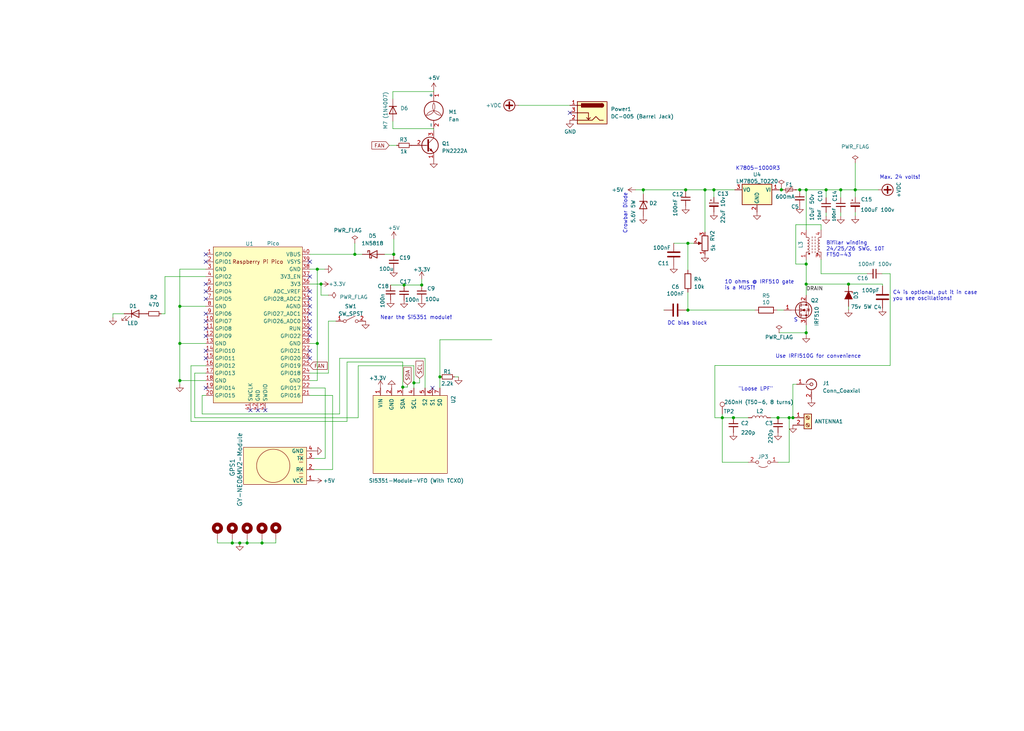
<source format=kicad_sch>
(kicad_sch (version 20230121) (generator eeschema)
  (paper "User" 350.012 250.012)
  (title_block (title "Minimal, reliable WSPR + FT8 beacon - \"Rogue Radio v4\"") (date "2023-06-07") (rev "v4.01") (company "Dhiru Kholia (VU3CER)"))
  (lib_symbols
    (symbol "Connector:Barrel_Jack_Switch" (pin_names hide)
      (property "Reference" "J" (at 0 5.334 0))
      (property "Value" "Barrel_Jack_Switch" (at 0 -5.08 0))
      (symbol "Barrel_Jack_Switch_1_1"
        (pin passive line (at 7.62 2.54 180) (length 2.54) (name "~") (number "1"))
        (pin passive line (at 7.62 -2.54 180) (length 2.54) (name "~") (number "2"))
        (pin passive line (at 7.62 0 180) (length 2.54) (name "~") (number "3"))
      )
    )
    (symbol "Connector:Conn_Coaxial" (pin_names (offset 1.016) hide)
      (property "Reference" "J" (at 0.254 3.048 0))
      (property "Value" "Conn_Coaxial" (at 2.921 0 90))
      (symbol "Conn_Coaxial_1_1"
        (pin passive line (at -5.08 0 0) (length 2.54) (name "In") (number "1"))
        (pin passive line (at 0 -5.08 90) (length 2.54) (name "Ext") (number "2"))
      )
    )
    (symbol "Connector:Screw_Terminal_01x02" (pin_names (offset 1.016) hide)
      (property "Reference" "J" (at 0 2.54 0))
      (property "Value" "Screw_Terminal_01x02" (at 0 -5.08 0))
      (symbol "Screw_Terminal_01x02_1_1"
        (pin passive line (at -5.08 0 0) (length 3.81) (name "Pin_1") (number "1"))
        (pin passive line (at -5.08 -2.54 0) (length 3.81) (name "Pin_2") (number "2"))
      )
    )
    (symbol "Connector:TestPoint" (pin_numbers hide) (pin_names (offset 0.762) hide)
      (property "Reference" "TP" (at 0 6.858 0))
      (property "Value" "TestPoint" (at 0 5.08 0))
      (symbol "TestPoint_1_1"
        (pin passive line (at 0 0 90) (length 2.54) (name "1") (number "1"))
      )
    )
    (symbol "Control-Board-rescue:SI5351Module_2-VFO-SDR_SSB-rescue-Hack-v1-rescue" (pin_names (offset 1.016))
      (property "Reference" "U" (at 0 0 0))
      (property "Value" "SI5351Module_2-VFO-SDR_SSB-rescue-Hack-v1-rescue" (at 0 0 0))
      (symbol "SI5351Module_2-VFO-SDR_SSB-rescue-Hack-v1-rescue_1_1"
        (pin input line (at -15.24 -10.16 0) (length 2.54) (name "VIN") (number "1"))
        (pin input line (at -15.24 -6.35 0) (length 2.54) (name "GND") (number "2"))
        (pin input line (at -15.24 -2.54 0) (length 2.54) (name "SDA") (number "3"))
        (pin input line (at -15.24 1.27 0) (length 2.54) (name "SCL") (number "4"))
        (pin output line (at -15.24 5.08 0) (length 2.54) (name "S2") (number "5"))
        (pin output line (at -15.24 7.62 0) (length 2.54) (name "S1") (number "6"))
        (pin output line (at -15.24 10.16 0) (length 2.54) (name "SO") (number "7"))
      )
    )
    (symbol "Device:C" (pin_numbers hide) (pin_names (offset 0.254))
      (property "Reference" "C" (at 0.635 2.54 0))
      (property "Value" "C" (at 0.635 -2.54 0))
      (symbol "C_1_1"
        (pin passive line (at 0 3.81 270) (length 2.794) (name "~") (number "1"))
        (pin passive line (at 0 -3.81 90) (length 2.794) (name "~") (number "2"))
      )
    )
    (symbol "Device:C_Polarized_Small" (pin_numbers hide) (pin_names (offset 0.254) hide)
      (property "Reference" "C" (at 0.254 1.778 0))
      (property "Value" "C_Polarized_Small" (at 0.254 -2.032 0))
      (symbol "C_Polarized_Small_1_1"
        (pin passive line (at 0 2.54 270) (length 1.8542) (name "~") (number "1"))
        (pin passive line (at 0 -2.54 90) (length 1.8542) (name "~") (number "2"))
      )
    )
    (symbol "Device:C_Small" (pin_numbers hide) (pin_names (offset 0.254) hide)
      (property "Reference" "C" (at 0.254 1.778 0))
      (property "Value" "C_Small" (at 0.254 -2.032 0))
      (symbol "C_Small_1_1"
        (pin passive line (at 0 2.54 270) (length 2.032) (name "~") (number "1"))
        (pin passive line (at 0 -2.54 90) (length 2.032) (name "~") (number "2"))
      )
    )
    (symbol "Device:D_Zener" (pin_numbers hide) (pin_names (offset 1.016) hide)
      (property "Reference" "D" (at 0 2.54 0))
      (property "Value" "D_Zener" (at 0 -2.54 0))
      (symbol "D_Zener_1_1"
        (pin passive line (at -3.81 0 0) (length 2.54) (name "K") (number "1"))
        (pin passive line (at 3.81 0 180) (length 2.54) (name "A") (number "2"))
      )
    )
    (symbol "Device:D_Zener_Filled" (pin_numbers hide) (pin_names (offset 1.016) hide)
      (property "Reference" "D" (at 0 2.54 0))
      (property "Value" "D_Zener_Filled" (at 0 -2.54 0))
      (symbol "D_Zener_Filled_1_1"
        (pin passive line (at -3.81 0 0) (length 2.54) (name "K") (number "1"))
        (pin passive line (at 3.81 0 180) (length 2.54) (name "A") (number "2"))
      )
    )
    (symbol "Device:L" (pin_numbers hide) (pin_names (offset 1.016) hide)
      (property "Reference" "L" (at -1.27 0 90))
      (property "Value" "L" (at 1.905 0 90))
      (symbol "L_1_1"
        (pin passive line (at 0 3.81 270) (length 1.27) (name "1") (number "1"))
        (pin passive line (at 0 -3.81 90) (length 1.27) (name "2") (number "2"))
      )
    )
    (symbol "Device:LED" (pin_numbers hide) (pin_names (offset 1.016) hide)
      (property "Reference" "D" (at 0 2.54 0))
      (property "Value" "LED" (at 0 -2.54 0))
      (symbol "LED_1_1"
        (pin passive line (at -3.81 0 0) (length 2.54) (name "K") (number "1"))
        (pin passive line (at 3.81 0 180) (length 2.54) (name "A") (number "2"))
      )
    )
    (symbol "Device:L_Ferrite_Coupled" (pin_names (offset 0.254) hide)
      (property "Reference" "L" (at 0 4.445 0))
      (property "Value" "L_Ferrite_Coupled" (at 0 -4.445 0))
      (symbol "L_Ferrite_Coupled_1_1"
        (pin passive line (at -5.08 2.54 0) (length 2.54) (name "1") (number "1"))
        (pin passive line (at 5.08 2.54 180) (length 2.54) (name "2") (number "2"))
        (pin passive line (at -5.08 -2.54 0) (length 2.54) (name "3") (number "3"))
        (pin passive line (at 5.08 -2.54 180) (length 2.54) (name "4") (number "4"))
      )
    )
    (symbol "Device:Polyfuse_Small" (pin_numbers hide) (pin_names (offset 0))
      (property "Reference" "F" (at -1.905 0 90))
      (property "Value" "Polyfuse_Small" (at 1.905 0 90))
      (symbol "Polyfuse_Small_1_1"
        (pin passive line (at 0 2.54 270) (length 0.635) (name "~") (number "1"))
        (pin passive line (at 0 -2.54 90) (length 0.635) (name "~") (number "2"))
      )
    )
    (symbol "Device:R" (pin_numbers hide) (pin_names (offset 0))
      (property "Reference" "R" (at 2.032 0 90))
      (property "Value" "R" (at 0 0 90))
      (symbol "R_1_1"
        (pin passive line (at 0 3.81 270) (length 1.27) (name "~") (number "1"))
        (pin passive line (at 0 -3.81 90) (length 1.27) (name "~") (number "2"))
      )
    )
    (symbol "Device:R_Potentiometer" (pin_names (offset 1.016) hide)
      (property "Reference" "RV" (at -4.445 0 90))
      (property "Value" "R_Potentiometer" (at -2.54 0 90))
      (symbol "R_Potentiometer_1_1"
        (pin passive line (at 0 3.81 270) (length 1.27) (name "1") (number "1"))
        (pin passive line (at 3.81 0 180) (length 1.27) (name "2") (number "2"))
        (pin passive line (at 0 -3.81 90) (length 1.27) (name "3") (number "3"))
      )
    )
    (symbol "Device:R_Small" (pin_numbers hide) (pin_names (offset 0.254) hide)
      (property "Reference" "R" (at 0.762 0.508 0))
      (property "Value" "R_Small" (at 0.762 -1.016 0))
      (symbol "R_Small_1_1"
        (pin passive line (at 0 2.54 270) (length 0.762) (name "~") (number "1"))
        (pin passive line (at 0 -2.54 90) (length 0.762) (name "~") (number "2"))
      )
    )
    (symbol "Diode:1N4007" (pin_numbers hide) (pin_names hide)
      (property "Reference" "D" (at 0 2.54 0))
      (property "Value" "1N4007" (at 0 -2.54 0))
      (property "Sim.Device" "D" (at 0 0 0))
      (property "Sim.Pins" "1=K 2=A" (at 0 0 0))
      (symbol "1N4007_1_1"
        (pin passive line (at -3.81 0 0) (length 2.54) (name "K") (number "1"))
        (pin passive line (at 3.81 0 180) (length 2.54) (name "A") (number "2"))
      )
    )
    (symbol "Diode:1N5818" (pin_numbers hide) (pin_names (offset 1.016) hide)
      (property "Reference" "D" (at 0 2.54 0))
      (property "Value" "1N5818" (at 0 -2.54 0))
      (symbol "1N5818_1_1"
        (pin passive line (at -3.81 0 0) (length 2.54) (name "K") (number "1"))
        (pin passive line (at 3.81 0 180) (length 2.54) (name "A") (number "2"))
      )
    )
    (symbol "GPS-Module:GPS-Module" (pin_names (offset 1.016))
      (property "Reference" "GPS3" (at 11.2522 2.54 0))
      (property "Value" "GY-NEO6MV2-Module" (at 11.2522 -1.27 0))
      (symbol "GPS-Module_1_1"
        (pin power_in line (at -13.97 6.35 0) (length 2.54) (name "VCC") (number "1"))
        (pin bidirectional line (at -13.97 2.54 0) (length 2.54) (name "RX") (number "2"))
        (pin bidirectional line (at -13.97 -1.27 0) (length 2.54) (name "TX") (number "3"))
        (pin power_in line (at -13.97 -3.81 0) (length 2.54) (name "GND") (number "4"))
      )
    )
    (symbol "Jumper:Jumper_2_Open" (pin_names (offset 0) hide)
      (property "Reference" "JP" (at 0 2.794 0))
      (property "Value" "Jumper_2_Open" (at 0 -2.286 0))
      (symbol "Jumper_2_Open_1_1"
        (pin passive line (at -5.08 0 0) (length 2.54) (name "A") (number "1"))
        (pin passive line (at 5.08 0 180) (length 2.54) (name "B") (number "2"))
      )
    )
    (symbol "Mechanical:MountingHole_Pad" (pin_numbers hide) (pin_names (offset 1.016) hide)
      (property "Reference" "H" (at 0 6.35 0))
      (property "Value" "MountingHole_Pad" (at 0 4.445 0))
      (symbol "MountingHole_Pad_1_1"
        (pin input line (at 0 -2.54 90) (length 2.54) (name "1") (number "1"))
      )
    )
    (symbol "Motor:Fan" (pin_names (offset 0))
      (property "Reference" "M" (at 2.54 5.08 0))
      (property "Value" "Fan" (at 2.54 -2.54 0))
      (symbol "Fan_1_1"
        (pin passive line (at 0 7.62 270) (length 2.54) (name "+") (number "1"))
        (pin passive line (at 0 -5.08 90) (length 2.54) (name "-") (number "2"))
      )
    )
    (symbol "Regulator_Linear:LM7805_TO220" (pin_names (offset 0.254))
      (property "Reference" "U" (at -3.81 3.175 0))
      (property "Value" "LM7805_TO220" (at 0 3.175 0))
      (symbol "LM7805_TO220_1_1"
        (pin power_in line (at -7.62 0 0) (length 2.54) (name "VI") (number "1"))
        (pin power_in line (at 0 -7.62 90) (length 2.54) (name "GND") (number "2"))
        (pin power_out line (at 7.62 0 180) (length 2.54) (name "VO") (number "3"))
      )
    )
    (symbol "Switch:SW_SPST" (pin_names (offset 0) hide)
      (property "Reference" "SW" (at 0 3.175 0))
      (property "Value" "SW_SPST" (at 0 -2.54 0))
      (symbol "SW_SPST_1_1"
        (pin passive line (at -5.08 0 0) (length 2.54) (name "A") (number "1"))
        (pin passive line (at 5.08 0 180) (length 2.54) (name "B") (number "2"))
      )
    )
    (symbol "Transistor_BJT:PN2222A" (pin_names (offset 0) hide)
      (property "Reference" "Q" (at 5.08 1.905 0))
      (property "Value" "PN2222A" (at 5.08 0 0))
      (symbol "PN2222A_1_1"
        (pin passive line (at 2.54 -5.08 90) (length 2.54) (name "E") (number "1"))
        (pin input line (at -5.08 0 0) (length 5.08) (name "B") (number "2"))
        (pin passive line (at 2.54 5.08 270) (length 2.54) (name "C") (number "3"))
      )
    )
    (symbol "Transistor_FET:IRF540N" (pin_names hide)
      (property "Reference" "Q" (at 6.35 1.905 0))
      (property "Value" "IRF540N" (at 6.35 0 0))
      (symbol "IRF540N_1_1"
        (pin input line (at -5.08 0 0) (length 2.54) (name "G") (number "1"))
        (pin passive line (at 2.54 5.08 270) (length 2.54) (name "D") (number "2"))
        (pin passive line (at 2.54 -5.08 90) (length 2.54) (name "S") (number "3"))
      )
    )
    (symbol "pico_fixed:Pico"
      (property "Reference" "U1" (at 0 31.242 0))
      (property "Value" "Pico" (at 0 28.702 0))
      (symbol "Pico_0_0"
        (text "Raspberry Pi Pico" (at 0 21.59 0) (effects (font (size 1.27 1.27))))
      )
      (symbol "Pico_1_1"
        (pin bidirectional line (at -17.78 24.13 0) (length 2.54) (name "GPIO0") (number "1"))
        (pin bidirectional line (at -17.78 1.27 0) (length 2.54) (name "GPIO7") (number "10"))
        (pin bidirectional line (at -17.78 -1.27 0) (length 2.54) (name "GPIO8") (number "11"))
        (pin bidirectional line (at -17.78 -3.81 0) (length 2.54) (name "GPIO9") (number "12"))
        (pin power_in line (at -17.78 -6.35 0) (length 2.54) (name "GND") (number "13"))
        (pin bidirectional line (at -17.78 -8.89 0) (length 2.54) (name "GPIO10") (number "14"))
        (pin bidirectional line (at -17.78 -11.43 0) (length 2.54) (name "GPIO11") (number "15"))
        (pin bidirectional line (at -17.78 -13.97 0) (length 2.54) (name "GPIO12") (number "16"))
        (pin bidirectional line (at -17.78 -16.51 0) (length 2.54) (name "GPIO13") (number "17"))
        (pin power_in line (at -17.78 -19.05 0) (length 2.54) (name "GND") (number "18"))
        (pin bidirectional line (at -17.78 -21.59 0) (length 2.54) (name "GPIO14") (number "19"))
        (pin bidirectional line (at -17.78 21.59 0) (length 2.54) (name "GPIO1") (number "2"))
        (pin bidirectional line (at -17.78 -24.13 0) (length 2.54) (name "GPIO15") (number "20"))
        (pin bidirectional line (at 17.78 -24.13 180) (length 2.54) (name "GPIO16") (number "21"))
        (pin bidirectional line (at 17.78 -21.59 180) (length 2.54) (name "GPIO17") (number "22"))
        (pin power_in line (at 17.78 -19.05 180) (length 2.54) (name "GND") (number "23"))
        (pin bidirectional line (at 17.78 -16.51 180) (length 2.54) (name "GPIO18") (number "24"))
        (pin bidirectional line (at 17.78 -13.97 180) (length 2.54) (name "GPIO19") (number "25"))
        (pin bidirectional line (at 17.78 -11.43 180) (length 2.54) (name "GPIO20") (number "26"))
        (pin bidirectional line (at 17.78 -8.89 180) (length 2.54) (name "GPIO21") (number "27"))
        (pin power_in line (at 17.78 -6.35 180) (length 2.54) (name "GND") (number "28"))
        (pin bidirectional line (at 17.78 -3.81 180) (length 2.54) (name "GPIO22") (number "29"))
        (pin power_in line (at -17.78 19.05 0) (length 2.54) (name "GND") (number "3"))
        (pin input line (at 17.78 -1.27 180) (length 2.54) (name "RUN") (number "30"))
        (pin bidirectional line (at 17.78 1.27 180) (length 2.54) (name "GPIO26_ADC0") (number "31"))
        (pin bidirectional line (at 17.78 3.81 180) (length 2.54) (name "GPIO27_ADC1") (number "32"))
        (pin power_in line (at 17.78 6.35 180) (length 2.54) (name "AGND") (number "33"))
        (pin bidirectional line (at 17.78 8.89 180) (length 2.54) (name "GPIO28_ADC2") (number "34"))
        (pin power_in line (at 17.78 11.43 180) (length 2.54) (name "ADC_VREF") (number "35"))
        (pin power_in line (at 17.78 13.97 180) (length 2.54) (name "3V3") (number "36"))
        (pin input line (at 17.78 16.51 180) (length 2.54) (name "3V3_EN") (number "37"))
        (pin power_in line (at 17.78 19.05 180) (length 2.54) (name "GND") (number "38"))
        (pin power_in line (at 17.78 21.59 180) (length 2.54) (name "VSYS") (number "39"))
        (pin bidirectional line (at -17.78 16.51 0) (length 2.54) (name "GPIO2") (number "4"))
        (pin power_in line (at 17.78 24.13 180) (length 2.54) (name "VBUS") (number "40"))
        (pin input line (at -2.54 -29.21 90) (length 2.54) (name "SWCLK") (number "41"))
        (pin power_in line (at 0 -29.21 90) (length 2.54) (name "GND") (number "42"))
        (pin bidirectional line (at 2.54 -29.21 90) (length 2.54) (name "SWDIO") (number "43"))
        (pin bidirectional line (at -17.78 13.97 0) (length 2.54) (name "GPIO3") (number "5"))
        (pin bidirectional line (at -17.78 11.43 0) (length 2.54) (name "GPIO4") (number "6"))
        (pin bidirectional line (at -17.78 8.89 0) (length 2.54) (name "GPIO5") (number "7"))
        (pin power_in line (at -17.78 6.35 0) (length 2.54) (name "GND") (number "8"))
        (pin bidirectional line (at -17.78 3.81 0) (length 2.54) (name "GPIO6") (number "9"))
      )
    )
    (symbol "power:+3.3V" (power) (pin_names (offset 0))
      (property "Value" "+3.3V" (at 0 3.556 0))
      (symbol "+3.3V_1_1"
        (pin power_in line (at 0 0 90) (length 0) hide (name "+3.3V") (number "1"))
      )
    )
    (symbol "power:+5V" (power) (pin_names (offset 0))
      (property "Value" "+5V" (at 0 3.556 0))
      (symbol "+5V_1_1"
        (pin power_in line (at 0 0 90) (length 0) hide (name "+5V") (number "1"))
      )
    )
    (symbol "power:+VDC" (power) (pin_names (offset 0))
      (property "Value" "+VDC" (at 0 6.35 0))
      (symbol "+VDC_1_1"
        (pin power_in line (at 0 0 90) (length 0) hide (name "+VDC") (number "1"))
      )
    )
    (symbol "power:GND" (power) (pin_names (offset 0))
      (property "Value" "GND" (at 0 -3.81 0))
      (symbol "GND_1_1"
        (pin power_in line (at 0 0 270) (length 0) hide (name "GND") (number "1"))
      )
    )
    (symbol "power:PWR_FLAG" (power) (pin_numbers hide) (pin_names (offset 0) hide)
      (property "Value" "PWR_FLAG" (at 0 3.81 0))
      (symbol "PWR_FLAG_0_0"
        (pin power_out line (at 0 0 90) (length 0) (name "pwr") (number "1"))
      )
    )
  )
  (junction (at 234.3658 64.9224))
  (junction (at 61.468 130.175))
  (junction (at 292.3286 64.9224))
  (junction (at 273.3548 64.9224))
  (junction (at 244.0178 64.9224))
  (junction (at 79.4004 185.7248))
  (junction (at 275.5646 113.8174))
  (junction (at 240.9698 64.9224))
  (junction (at 109.728 97.155))
  (junction (at 81.9404 185.7248))
  (junction (at 275.5646 90.3224))
  (junction (at 235.1278 83.2104))
  (junction (at 108.458 117.475))
  (junction (at 141.478 130.9624))
  (junction (at 282.3718 64.9224))
  (junction (at 89.5604 185.7248))
  (junction (at 269.748 142.875))
  (junction (at 144.145 97.4852))
  (junction (at 267.081 64.9224))
  (junction (at 275.5646 64.9224))
  (junction (at 290.0426 97.1804))
  (junction (at 235.1278 106.0704))
  (junction (at 61.468 117.475))
  (junction (at 265.938 142.875))
  (junction (at 137.668 132.4102))
  (junction (at 219.8878 64.9224))
  (junction (at 246.888 142.875))
  (junction (at 134.5946 86.995))
  (junction (at 271.018 142.875))
  (junction (at 138.1252 97.4852))
  (junction (at 61.468 104.775))
  (junction (at 84.4804 185.7248))
  (junction (at 108.458 92.075))
  (junction (at 287.3756 64.9224))
  (junction (at 121.285 86.995))
  (junction (at 250.698 142.875))
  (junction (at 275.5646 97.1804))
  (junction (at 150.368 128.905))
  (no_connect (at 70.358 112.395))
  (no_connect (at 105.918 89.535))
  (no_connect (at 105.918 99.695))
  (no_connect (at 105.918 102.235))
  (no_connect (at 105.918 107.315))
  (no_connect (at 105.918 109.855))
  (no_connect (at 105.918 112.395))
  (no_connect (at 105.918 114.935))
  (no_connect (at 105.918 104.775))
  (no_connect (at 70.358 114.935))
  (no_connect (at 90.678 140.335))
  (no_connect (at 105.918 94.615))
  (no_connect (at 70.358 86.995))
  (no_connect (at 70.358 107.315))
  (no_connect (at 70.358 102.235))
  (no_connect (at 70.358 109.855))
  (no_connect (at 88.138 140.335))
  (no_connect (at 70.358 120.015))
  (no_connect (at 70.358 132.715))
  (no_connect (at 105.918 122.555))
  (no_connect (at 105.918 120.015))
  (no_connect (at 70.358 122.555))
  (no_connect (at 85.598 140.335))
  (no_connect (at 147.828 132.715))
  (no_connect (at 194.7926 38.5826))
  (no_connect (at 70.358 89.535))
  (no_connect (at 70.358 97.155))
  (no_connect (at 70.358 99.695))
  (wire (pts (xy 287.3756 64.9224) (xy 292.3286 64.9224)))
  (wire (pts (xy 138.1252 97.4852) (xy 144.145 97.4852)))
  (wire (pts (xy 141.478 130.9624) (xy 143.4084 130.9624)))
  (wire (pts (xy 272.0086 90.3224) (xy 272.0086 76.8604)))
  (wire (pts (xy 235.1278 83.2104) (xy 230.3018 83.2104)))
  (wire (pts (xy 244.0178 64.9224) (xy 251.1298 64.9224)))
  (wire (pts (xy 265.6586 106.0704) (xy 267.9446 106.0704)))
  (wire (pts (xy 61.468 117.475) (xy 70.358 117.475)))
  (wire (pts (xy 155.448 128.905) (xy 156.718 128.905)))
  (wire (pts (xy 246.888 142.875) (xy 246.888 158.115)))
  (wire (pts (xy 282.3718 72.6948) (xy 282.3718 73.9648)))
  (wire (pts (xy 244.348 142.875) (xy 246.888 142.875)))
  (wire (pts (xy 244.348 125.0188) (xy 244.348 142.875)))
  (wire (pts (xy 108.458 92.075) (xy 110.998 92.075)))
  (wire (pts (xy 168.148 116.205) (xy 150.368 116.205)))
  (wire (pts (xy 240.9698 64.9224) (xy 240.9698 79.4004)))
  (wire (pts (xy 108.458 130.175) (xy 105.918 130.175)))
  (wire (pts (xy 94.2848 184.3786) (xy 94.2848 185.7248)))
  (wire (pts (xy 275.5646 97.1804) (xy 275.5646 100.9904)))
  (wire (pts (xy 217.2208 64.9224) (xy 219.8878 64.9224)))
  (wire (pts (xy 250.698 142.875) (xy 255.778 142.875)))
  (wire (pts (xy 69.088 141.605) (xy 116.078 141.605)))
  (wire (pts (xy 84.4804 185.7248) (xy 89.5604 185.7248)))
  (wire (pts (xy 105.918 86.995) (xy 121.285 86.995)))
  (wire (pts (xy 267.081 64.1604) (xy 267.081 64.9224)))
  (wire (pts (xy 275.5646 90.3224) (xy 275.5646 97.1804)))
  (wire (pts (xy 116.078 122.555) (xy 116.078 141.605)))
  (wire (pts (xy 112.268 127.635) (xy 112.268 109.855)))
  (wire (pts (xy 275.5646 90.3224) (xy 272.0086 90.3224)))
  (wire (pts (xy 61.468 92.075) (xy 61.468 104.775)))
  (wire (pts (xy 38.608 107.315) (xy 38.608 108.585)))
  (wire (pts (xy 84.4804 184.4548) (xy 84.4804 185.7248)))
  (wire (pts (xy 177.2666 36.0426) (xy 194.7926 36.0426)))
  (wire (pts (xy 304.2666 93.6244) (xy 304.2666 125.0188)))
  (wire (pts (xy 266.2936 113.8174) (xy 275.5646 113.8174)))
  (wire (pts (xy 105.918 132.715) (xy 111.1504 132.715)))
  (wire (pts (xy 105.918 97.155) (xy 109.728 97.155)))
  (wire (pts (xy 235.1278 99.9744) (xy 235.1278 106.0704)))
  (wire (pts (xy 109.728 97.155) (xy 109.728 100.965)))
  (wire (pts (xy 235.1278 106.0704) (xy 258.0386 106.0704)))
  (wire (pts (xy 61.468 104.775) (xy 70.358 104.775)))
  (wire (pts (xy 141.478 130.9624) (xy 141.478 132.715)))
  (wire (pts (xy 69.088 135.255) (xy 69.088 141.605)))
  (wire (pts (xy 246.888 141.605) (xy 246.888 142.875)))
  (wire (pts (xy 113.6904 135.255) (xy 113.6904 160.6042)))
  (wire (pts (xy 292.3286 72.5424) (xy 292.3286 73.8124)))
  (wire (pts (xy 282.3718 64.9224) (xy 282.3718 67.6148)))
  (wire (pts (xy 134.62 81.788) (xy 134.62 86.995)))
  (wire (pts (xy 234.3658 64.9224) (xy 234.3658 65.4304)))
  (wire (pts (xy 290.0426 97.1804) (xy 301.6504 97.1804)))
  (wire (pts (xy 122.428 125.095) (xy 122.428 142.875)))
  (wire (pts (xy 292.3286 64.9224) (xy 300.2026 64.9224)))
  (wire (pts (xy 234.3658 64.9224) (xy 240.9698 64.9224)))
  (wire (pts (xy 137.668 132.4102) (xy 137.668 132.715)))
  (wire (pts (xy 265.938 158.115) (xy 269.748 158.115)))
  (wire (pts (xy 133.5024 97.4852) (xy 138.1252 97.4852)))
  (wire (pts (xy 79.4004 184.4548) (xy 79.4004 185.7248)))
  (wire (pts (xy 137.668 123.825) (xy 137.668 132.4102)))
  (wire (pts (xy 272.288 64.9224) (xy 273.3548 64.9224)))
  (wire (pts (xy 70.358 94.615) (xy 56.388 94.615)))
  (wire (pts (xy 121.285 83.185) (xy 121.285 86.995)))
  (wire (pts (xy 70.358 130.175) (xy 61.468 130.175)))
  (wire (pts (xy 113.6904 160.6042) (xy 107.3658 160.6042)))
  (wire (pts (xy 81.9404 185.7248) (xy 84.4804 185.7248)))
  (wire (pts (xy 42.418 107.315) (xy 38.608 107.315)))
  (wire (pts (xy 234.6706 106.0704) (xy 235.1278 106.0704)))
  (wire (pts (xy 273.3548 65.3034) (xy 273.3548 64.9224)))
  (wire (pts (xy 280.6446 93.6244) (xy 296.3926 93.6244)))
  (wire (pts (xy 292.3286 64.9224) (xy 292.3286 67.4624)))
  (wire (pts (xy 70.358 125.095) (xy 65.278 125.095)))
  (wire (pts (xy 79.4004 185.7248) (xy 81.9404 185.7248)))
  (wire (pts (xy 219.8878 64.9224) (xy 234.3658 64.9224)))
  (wire (pts (xy 273.3548 64.9224) (xy 275.5646 64.9224)))
  (wire (pts (xy 263.398 142.875) (xy 265.938 142.875)))
  (wire (pts (xy 55.118 107.315) (xy 56.388 107.315)))
  (wire (pts (xy 282.3718 64.9224) (xy 287.3756 64.9224)))
  (wire (pts (xy 246.888 142.875) (xy 250.698 142.875)))
  (wire (pts (xy 105.918 117.475) (xy 108.458 117.475)))
  (wire (pts (xy 301.6504 97.1804) (xy 301.6504 97.79)))
  (wire (pts (xy 70.358 127.635) (xy 66.548 127.635)))
  (wire (pts (xy 61.468 130.175) (xy 61.468 131.445)))
  (wire (pts (xy 108.458 117.475) (xy 108.458 130.175)))
  (wire (pts (xy 150.368 116.205) (xy 150.368 128.905)))
  (wire (pts (xy 280.6446 76.8604) (xy 280.6446 78.6384)))
  (wire (pts (xy 66.548 127.635) (xy 66.548 142.875)))
  (wire (pts (xy 275.5646 90.3224) (xy 275.5646 88.7984)))
  (wire (pts (xy 134.5946 86.995) (xy 134.62 86.995)))
  (wire (pts (xy 150.368 128.905) (xy 150.368 132.715)))
  (wire (pts (xy 280.6446 88.7984) (xy 280.6446 93.6244)))
  (wire (pts (xy 105.918 92.075) (xy 108.458 92.075)))
  (wire (pts (xy 235.1278 83.2104) (xy 235.1278 92.3544)))
  (wire (pts (xy 144.145 95.5294) (xy 144.145 97.4852)))
  (wire (pts (xy 105.918 127.635) (xy 112.268 127.635)))
  (wire (pts (xy 144.145 97.4852) (xy 144.145 97.5106)))
  (wire (pts (xy 56.388 94.615) (xy 56.388 107.315)))
  (wire (pts (xy 107.3658 156.7942) (xy 111.1504 156.7942)))
  (wire (pts (xy 112.268 109.855) (xy 114.808 109.855)))
  (wire (pts (xy 137.668 132.4102) (xy 139.2682 132.4102)))
  (wire (pts (xy 275.5646 111.1504) (xy 275.5646 113.8174)))
  (wire (pts (xy 65.278 144.145) (xy 118.618 144.145)))
  (wire (pts (xy 301.4726 93.6244) (xy 304.2666 93.6244)))
  (wire (pts (xy 70.358 92.075) (xy 61.468 92.075)))
  (wire (pts (xy 134.2898 44.0182) (xy 148.2598 44.0182)))
  (wire (pts (xy 240.9698 64.9224) (xy 244.0178 64.9224)))
  (wire (pts (xy 244.348 125.0188) (xy 304.2666 125.0188)))
  (wire (pts (xy 89.5604 184.4548) (xy 89.5604 185.7248)))
  (wire (pts (xy 287.3756 64.9224) (xy 287.3756 67.564)))
  (wire (pts (xy 135.5598 49.7332) (xy 133.0198 49.7332)))
  (wire (pts (xy 105.918 135.255) (xy 113.6904 135.255)))
  (wire (pts (xy 145.288 132.715) (xy 145.288 122.555)))
  (wire (pts (xy 69.088 135.255) (xy 70.358 135.255)))
  (wire (pts (xy 118.618 123.825) (xy 118.618 144.145)))
  (wire (pts (xy 74.3204 184.4548) (xy 74.3204 185.7248)))
  (wire (pts (xy 122.428 125.095) (xy 141.478 125.095)))
  (wire (pts (xy 266.3698 64.9224) (xy 267.081 64.9224)))
  (wire (pts (xy 271.018 131.445) (xy 271.018 142.875)))
  (wire (pts (xy 121.285 86.995) (xy 123.825 86.995)))
  (wire (pts (xy 275.5646 64.9224) (xy 282.3718 64.9224)))
  (wire (pts (xy 148.2598 30.9118) (xy 148.2598 31.3182)))
  (wire (pts (xy 269.748 158.115) (xy 269.748 142.875)))
  (wire (pts (xy 292.3286 55.7784) (xy 292.3286 64.9224)))
  (wire (pts (xy 275.5646 113.8174) (xy 275.5646 114.5794)))
  (wire (pts (xy 219.8878 66.3194) (xy 219.8878 64.9224)))
  (wire (pts (xy 74.3204 185.7248) (xy 79.4004 185.7248)))
  (wire (pts (xy 237.1598 83.2104) (xy 235.1278 83.2104)))
  (wire (pts (xy 287.3756 72.644) (xy 287.3756 73.914)))
  (wire (pts (xy 109.728 100.965) (xy 112.268 100.965)))
  (wire (pts (xy 111.1504 132.715) (xy 111.1504 156.7942)))
  (wire (pts (xy 138.1252 97.6122) (xy 138.1252 97.4852)))
  (wire (pts (xy 65.278 125.095) (xy 65.278 144.145)))
  (wire (pts (xy 143.4084 129.4384) (xy 143.4084 130.9624)))
  (wire (pts (xy 244.0178 67.4624) (xy 244.0178 64.9224)))
  (wire (pts (xy 134.2898 41.4782) (xy 134.2898 44.0182)))
  (wire (pts (xy 148.2598 44.0182) (xy 148.2598 44.6532)))
  (wire (pts (xy 61.468 117.475) (xy 61.468 130.175)))
  (wire (pts (xy 272.288 131.445) (xy 271.018 131.445)))
  (wire (pts (xy 139.2682 131.6482) (xy 139.2682 132.4102)))
  (wire (pts (xy 272.0086 76.8604) (xy 280.6446 76.8604)))
  (wire (pts (xy 145.288 122.555) (xy 116.078 122.555)))
  (wire (pts (xy 275.5646 64.9224) (xy 275.5646 78.6384)))
  (wire (pts (xy 267.081 64.9224) (xy 267.208 64.9224)))
  (wire (pts (xy 141.478 125.095) (xy 141.478 130.9624)))
  (wire (pts (xy 134.2898 31.3182) (xy 134.2898 33.8582)))
  (wire (pts (xy 66.548 142.875) (xy 122.428 142.875)))
  (wire (pts (xy 89.5604 185.7248) (xy 94.2848 185.7248)))
  (wire (pts (xy 108.458 92.075) (xy 108.458 117.475)))
  (wire (pts (xy 290.0426 105.8164) (xy 290.0426 104.8004)))
  (wire (pts (xy 118.618 123.825) (xy 137.668 123.825)))
  (wire (pts (xy 275.5646 97.1804) (xy 290.0426 97.1804)))
  (wire (pts (xy 131.445 86.995) (xy 134.5946 86.995)))
  (wire (pts (xy 265.938 142.875) (xy 269.748 142.875)))
  (wire (pts (xy 226.822 106.0704) (xy 227.0506 106.0704)))
  (wire (pts (xy 246.888 158.115) (xy 255.778 158.115)))
  (wire (pts (xy 61.468 104.775) (xy 61.468 117.475)))
  (wire (pts (xy 269.748 142.875) (xy 271.018 142.875)))
  (wire (pts (xy 134.2898 31.3182) (xy 148.2598 31.3182)))
  (text "Bifilar winding\n24/25/26 SWG, 10T\nFT50-43" (at 282.3718 88.0364 0) (effects (font (size 1.27 1.27)) (justify left bottom)))
  (text "Max. 24 volts!" (at 300.6598 61.468 0) (effects (font (size 1.27 1.27)) (justify left bottom)))
  (text "Near the Si5351 module!" (at 129.9464 109.4486 0) (effects (font (size 1.27 1.27)) (justify left bottom)))
  (text "10 ohms @ IRF510 gate\nis a MUST!" (at 247.65 99.314 0) (effects (font (size 1.27 1.27)) (justify left bottom)))
  (text "DC bias block" (at 228.092 111.3536 0) (effects (font (size 1.27 1.27)) (justify left bottom)))
  (text "S" (at 271.3228 110.2868 0) (effects (font (size 1.27 1.27)) (justify left bottom)))
  (text "\"Loose LPF\"" (at 252.349 133.8834 0) (effects (font (size 1.27 1.27)) (justify left bottom)))
  (text "C4 is optional, put it in case\nyou see oscillations!" (at 305.181 102.9462 0) (effects (font (size 1.27 1.27)) (justify left bottom)))
  (text "K7805-1000R3" (at 251.46 58.42 0) (effects (font (size 1.27 1.27)) (justify left bottom)))
  (text "Use IRFI510G for convenience" (at 265.049 122.682 0) (effects (font (size 1.27 1.27)) (justify left bottom)))
  (text "Crowbar Diode" (at 214.4776 79.9846 90) (effects (font (size 1.27 1.27)) (justify left bottom)))
  (label "DRAIN" (at 275.5646 99.7204 0))
  (global_label "SCL" (shape input) (at 143.4084 129.4384 90) (property "Intersheetrefs" "${INTERSHEET_REFS}" (effects hide)))
  (global_label "FAN" (shape input) (at 133.0198 49.7332 180) (property "Intersheetrefs" "${INTERSHEET_REFS}" (effects hide)))
  (global_label "FAN" (shape input) (at 105.918 125.095 0) (property "Intersheetrefs" "${INTERSHEET_REFS}" (effects hide)))
  (global_label "SDA" (shape input) (at 139.2682 131.6482 90) (property "Intersheetrefs" "${INTERSHEET_REFS}" (effects hide)))
  (symbol (lib_id "Control-Board-rescue:SI5351Module_2-VFO-SDR_SSB-rescue-Hack-v1-rescue") (at 140.208 147.955 270) (unit 1)
    (property "Reference" "U2" (at 154.94 135.255 0) (effects (justify left)))
    (property "Value" "SI5351-Module-VFO (With TCXO)" (at 126.0348 164.4142 90) (effects (justify left)))
    (property "Footprint" "footprints:SI5351 Module" (effects hide))
    (property "Populate" "no" (effects hide))
    (property "URL" "https://www.adafruit.com/product/2045" (effects hide))
  )
  (symbol (lib_id "power:GND") (at 133.858 132.715 180) (unit 1)
    (property "Reference" "#PWR0108" (effects hide))
    (property "Value" "GND" (effects hide))
  )
  (symbol (lib_id "Device:C_Small") (at 144.145 100.0506 0) (unit 1)
    (property "Reference" "C9" (at 145.9992 98.679 0) (effects (justify left)))
    (property "Value" "100u" (at 145.288 102.3112 0) (effects (justify left)))
    (property "Footprint" "Capacitor_SMD:C_1210_3225Metric_Pad1.33x2.70mm_HandSolder" (effects hide))
    (property "URL" "https://www.digikey.com/en/products/detail/rubycon/16ZLH100MEFC5X11/3134106" (effects hide))
  )
  (symbol (lib_id "power:GND") (at 234.3658 70.5104 0) (unit 1)
    (property "Reference" "#PWR020" (effects hide))
    (property "Value" "GND" (effects hide))
  )
  (symbol (lib_id "power:GND") (at 271.018 145.415 0) (mirror y) (unit 1)
    (property "Reference" "#PWR0102" (effects hide))
    (property "Value" "GND" (effects hide))
  )
  (symbol (lib_id "Transistor_FET:IRF540N") (at 273.0246 106.0704 0) (unit 1)
    (property "Reference" "Q2" (at 277.0886 102.7684 0) (effects (justify left)))
    (property "Value" "IRF510" (at 279.146 111.5822 90) (effects (justify left)))
    (property "Footprint" "footprints:TO-220-3_Horizontal_TabDown" (effects hide))
    (property "Datasheet" "http://www.irf.com/product-info/datasheets/data/irf540n.pdf" (effects hide))
  )
  (symbol (lib_id "power:+3.3V") (at 109.728 97.155 270) (unit 1)
    (property "Reference" "#PWR012" (effects hide))
    (property "Value" "+3.3V" (at 112.268 97.155 90) (effects (justify left)))
  )
  (symbol (lib_id "Device:L_Ferrite_Coupled") (at 278.1046 83.7184 90) (unit 1)
    (property "Reference" "L3" (at 273.6596 83.7184 0))
    (property "Value" "L_Ferrite_Coupled" (effects hide))
    (property "Footprint" "footprints:FT50-43 Transformer" (effects hide))
  )
  (symbol (lib_id "Device:R_Small") (at 138.0998 49.7332 90) (unit 1)
    (property "Reference" "R3" (at 137.8966 47.7774 90))
    (property "Value" "1k" (at 138.0236 51.7906 90))
    (property "Footprint" "Resistor_SMD:R_1206_3216Metric_Pad1.30x1.75mm_HandSolder" (effects hide))
  )
  (symbol (lib_id "power:GND") (at 133.5024 102.5652 0) (unit 1)
    (property "Reference" "#PWR025" (effects hide))
    (property "Value" "GNDPWR" (effects hide))
  )
  (symbol (lib_id "Motor:Fan") (at 148.2598 38.9382 0) (unit 1)
    (property "Reference" "M1" (at 153.3398 38.3032 0) (effects (justify left)))
    (property "Value" "Fan" (at 153.3398 40.8432 0) (effects (justify left)))
    (property "Footprint" "Connector_PinHeader_2.54mm:PinHeader_1x02_P2.54mm_Vertical_SMD_Pin1Left" (effects hide))
  )
  (symbol (lib_id "power:+3.3V") (at 144.145 95.5294 0) (unit 1)
    (property "Reference" "#PWR022" (effects hide))
    (property "Value" "+3.3V" (at 141.1986 92.1766 0) (effects (justify left)))
  )
  (symbol (lib_id "power:GND") (at 61.468 131.445 0) (unit 1)
    (property "Reference" "#PWR016" (effects hide))
    (property "Value" "GND" (effects hide))
  )
  (symbol (lib_id "power:GND") (at 258.7498 72.5424 0) (unit 1)
    (property "Reference" "#PWR019" (effects hide))
    (property "Value" "GND" (effects hide))
  )
  (symbol (lib_id "Mechanical:MountingHole_Pad") (at 84.4804 181.9148 0) (unit 1)
    (property "Reference" "H3" (effects hide))
    (property "Value" "MountingHole_Pad" (effects hide))
    (property "Footprint" "MountingHole:MountingHole_3.2mm_M3_Pad_Via" (effects hide))
  )
  (symbol (lib_id "Device:C_Small") (at 287.3756 70.104 0) (unit 1)
    (property "Reference" "C14" (at 285.3436 67.056 90))
    (property "Value" "100nF" (at 285.0896 73.406 90) (effects (font (size 0.9906 0.9906))))
    (property "Footprint" "Capacitor_SMD:C_1206_3216Metric_Pad1.33x1.80mm_HandSolder" (effects hide))
  )
  (symbol (lib_id "power:PWR_FLAG") (at 112.268 100.965 270) (unit 1)
    (property "Reference" "#FLG02" (effects hide))
    (property "Value" "PWR_FLAG" (at 116.078 101.6 90) (effects (justify left)))
  )
  (symbol (lib_id "power:GND") (at 219.8878 73.9394 0) (unit 1)
    (property "Reference" "#PWR015" (effects hide))
    (property "Value" "GND" (effects hide))
  )
  (symbol (lib_id "Device:C_Small") (at 298.9326 93.6244 270) (unit 1)
    (property "Reference" "C16" (at 294.8686 95.1484 90))
    (property "Value" "100nF 100v" (at 299.0596 90.3224 90))
    (property "Footprint" "Capacitor_SMD:C_1206_3216Metric_Pad1.33x1.80mm_HandSolder" (effects hide))
  )
  (symbol (lib_id "Device:C_Small") (at 273.3548 67.8434 0) (unit 1)
    (property "Reference" "C5" (at 270.4084 70.6882 0) (effects (justify left)))
    (property "Value" "10uF 50v" (at 277.5204 75.5142 90) (effects (justify left)))
    (property "Footprint" "Capacitor_SMD:C_1210_3225Metric_Pad1.33x2.70mm_HandSolder" (effects hide))
  )
  (symbol (lib_id "power:GND") (at 110.998 92.075 90) (unit 1)
    (property "Reference" "#PWR03" (effects hide))
    (property "Value" "GND" (effects hide))
  )
  (symbol (lib_id "power:GND") (at 230.3018 90.8304 0) (unit 1)
    (property "Reference" "#PWR0111" (effects hide))
    (property "Value" "GND" (effects hide))
  )
  (symbol (lib_id "Jumper:Jumper_2_Open") (at 260.858 158.115 180) (unit 1)
    (property "Reference" "JP3" (at 260.858 156.21 0))
    (property "Value" "Jumper_2_Open" (effects hide))
    (property "Footprint" "Jumper:SolderJumper-2_P1.3mm_Open_TrianglePad1.0x1.5mm" (effects hide))
  )
  (symbol (lib_id "power:GND") (at 138.1252 102.6922 0) (unit 1)
    (property "Reference" "#PWR024" (effects hide))
    (property "Value" "GNDPWR" (effects hide))
  )
  (symbol (lib_id "Mechanical:MountingHole_Pad") (at 74.3204 181.9148 0) (unit 1)
    (property "Reference" "H1" (effects hide))
    (property "Value" "MountingHole_Pad" (effects hide))
    (property "Footprint" "MountingHole:MountingHole_3.2mm_M3_Pad_Via" (effects hide))
  )
  (symbol (lib_id "Device:C_Small") (at 134.5946 89.535 0) (unit 1)
    (property "Reference" "C19" (at 136.4488 88.1634 0) (effects (justify left)))
    (property "Value" "100u" (at 129.5654 91.9734 0) (effects (justify left)))
    (property "Footprint" "Capacitor_SMD:C_1210_3225Metric_Pad1.33x2.70mm_HandSolder" (effects hide))
    (property "URL" "https://www.digikey.com/en/products/detail/rubycon/16ZLH100MEFC5X11/3134106" (effects hide))
  )
  (symbol (lib_id "Device:Polyfuse_Small") (at 269.748 64.9224 90) (unit 1)
    (property "Reference" "F1" (at 269.748 63.1444 90))
    (property "Value" "600mA" (at 268.3764 67.2846 90))
    (property "Footprint" "Fuse:Fuse_1812_4532Metric_Pad1.30x3.40mm_HandSolder" (effects hide))
  )
  (symbol (lib_id "power:GND") (at 250.698 147.955 0) (mirror y) (unit 1)
    (property "Reference" "#PWR0103" (effects hide))
    (property "Value" "GND" (effects hide))
  )
  (symbol (lib_id "power:PWR_FLAG") (at 266.2936 113.8174 0) (unit 1)
    (property "Reference" "#FLG0104" (effects hide))
    (property "Value" "PWR_FLAG" (at 266.2936 115.3414 0))
  )
  (symbol (lib_id "Device:C_Small") (at 133.5024 100.0252 0) (unit 1)
    (property "Reference" "C18" (at 129.032 97.8916 0) (effects (justify left)))
    (property "Value" "100n" (at 130.7592 105.3338 90) (effects (justify left)))
    (property "Footprint" "Capacitor_SMD:C_1206_3216Metric_Pad1.33x1.80mm_HandSolder" (effects hide))
    (property "URL" "https://www.digikey.com/en/products/detail/rubycon/16ZLH100MEFC5X11/3134106" (effects hide))
  )
  (symbol (lib_id "Device:C_Small") (at 282.3718 70.1548 0) (unit 1)
    (property "Reference" "C10" (at 280.3398 67.1068 90))
    (property "Value" "10nF" (at 280.0858 73.4568 90) (effects (font (size 0.9906 0.9906))))
    (property "Footprint" "Capacitor_SMD:C_1206_3216Metric_Pad1.33x1.80mm_HandSolder" (effects hide))
  )
  (symbol (lib_id "Device:C_Small") (at 250.698 145.415 0) (unit 1)
    (property "Reference" "C2" (at 253.238 144.78 0) (effects (justify left)))
    (property "Value" "220p" (at 253.238 147.955 0) (effects (justify left)))
    (property "Footprint" "Capacitor_SMD:C_1206_3216Metric_Pad1.33x1.80mm_HandSolder" (effects hide))
    (property "Populate" "yes" (effects hide))
    (property "URL" "https://www.digikey.in/en/products/detail/vishay-beyschlag-draloric-bc-components/K221J15C0GF5TL2/286471" (effects hide))
  )
  (symbol (lib_id "power:GND") (at 292.3286 73.8124 0) (unit 1)
    (property "Reference" "#PWR0115" (effects hide))
    (property "Value" "GND" (effects hide))
  )
  (symbol (lib_id "Device:L") (at 259.588 142.875 90) (unit 1)
    (property "Reference" "L2" (at 259.7404 140.6398 90))
    (property "Value" "260nH (T50-6, 8 turns)" (at 259.3848 137.541 90))
    (property "Footprint" "footprints:T37-2" (effects hide))
    (property "Datasheet" "https://toroids.info/T50-6.php" (effects hide))
    (property "Populate" "no" (effects hide))
    (property "URL" "https://kitsandparts.com/" (effects hide))
  )
  (symbol (lib_id "Connector:Barrel_Jack_Switch") (at 202.4126 38.5826 0) (mirror y) (unit 1)
    (property "Reference" "Power1" (at 208.7626 37.3125 0) (effects (justify right)))
    (property "Value" "DC-005 (Barrel Jack)" (at 208.7626 39.8525 0) (effects (justify right)))
    (property "Footprint" "footprints:XKB_DC-005-5A-2.0_Modded" (effects hide))
  )
  (symbol (lib_id "Connector:TestPoint") (at 246.888 141.605 0) (unit 1)
    (property "Reference" "TP2" (at 250.952 140.716 0) (effects (justify right)))
    (property "Value" "TestPoint" (effects hide))
    (property "Footprint" "TestPoint:TestPoint_Keystone_5019_Minature" (effects hide))
    (property "Populate" "no" (effects hide))
    (property "URL" "https://robu.in/product/1x40-berg-strip-male-connector/" (effects hide))
  )
  (symbol (lib_id "power:+VDC") (at 300.2026 64.9224 270) (unit 1)
    (property "Reference" "#PWR018" (effects hide))
    (property "Value" "+VDC" (at 307.1876 64.9224 0))
  )
  (symbol (lib_id "power:GND") (at 273.3548 70.3834 0) (unit 1)
    (property "Reference" "#PWR0109" (effects hide))
    (property "Value" "GND" (effects hide))
  )
  (symbol (lib_id "Device:C_Small") (at 265.938 145.415 0) (unit 1)
    (property "Reference" "C3" (at 261.493 144.78 0) (effects (justify left)))
    (property "Value" "220p" (at 263.398 151.765 90) (effects (justify left)))
    (property "Footprint" "Capacitor_SMD:C_1206_3216Metric_Pad1.33x1.80mm_HandSolder" (effects hide))
    (property "Populate" "yes" (effects hide))
    (property "URL" "https://www.digikey.in/en/products/detail/vishay-beyschlag-draloric-bc-components/K221J15C0GF5TL2/286471" (effects hide))
  )
  (symbol (lib_id "power:GND") (at 287.3756 73.914 0) (unit 1)
    (property "Reference" "#PWR0110" (effects hide))
    (property "Value" "GND" (effects hide))
  )
  (symbol (lib_id "Device:R") (at 261.8486 106.0704 270) (unit 1)
    (property "Reference" "R5" (at 261.8486 101.1428 90))
    (property "Value" "10" (at 261.8486 103.4034 90))
    (property "Footprint" "Resistor_SMD:R_1206_3216Metric_Pad1.30x1.75mm_HandSolder" (effects hide))
  )
  (symbol (lib_id "power:GND") (at 124.968 109.855 0) (unit 1)
    (property "Reference" "#PWR0106" (effects hide))
    (property "Value" "GND" (effects hide))
  )
  (symbol (lib_id "Device:C") (at 230.3018 87.0204 0) (unit 1)
    (property "Reference" "C11" (at 224.8408 90.0684 0) (effects (justify left)))
    (property "Value" "100nF" (at 223.1898 84.7344 0) (effects (justify left)))
    (property "Footprint" "Capacitor_SMD:C_1206_3216Metric_Pad1.33x1.80mm_HandSolder" (effects hide))
  )
  (symbol (lib_id "power:GND") (at 282.3718 73.9648 0) (unit 1)
    (property "Reference" "#PWR0118" (effects hide))
    (property "Value" "GND" (effects hide))
  )
  (symbol (lib_id "power:+5V") (at 134.62 81.788 0) (unit 1)
    (property "Reference" "#PWR0127" (effects hide))
    (property "Value" "+5V" (at 134.62 77.978 0))
  )
  (symbol (lib_id "power:GND") (at 38.608 108.585 0) (unit 1)
    (property "Reference" "#PWR011" (effects hide))
    (property "Value" "GND" (effects hide))
  )
  (symbol (lib_id "power:GND") (at 148.2598 54.8132 0) (mirror y) (unit 1)
    (property "Reference" "#PWR0139" (effects hide))
    (property "Value" "GND" (effects hide))
  )
  (symbol (lib_id "Device:R") (at 235.1278 96.1644 0) (unit 1)
    (property "Reference" "R4" (at 237.1598 95.5294 0) (effects (justify left)))
    (property "Value" "10k" (at 237.1598 98.0694 0) (effects (justify left)))
    (property "Footprint" "Resistor_SMD:R_1206_3216Metric_Pad1.30x1.75mm_HandSolder" (effects hide))
  )
  (symbol (lib_id "Connector:Screw_Terminal_01x02") (at 276.098 142.875 0) (unit 1)
    (property "Reference" "ANTENNA1" (at 278.4348 144.1449 0) (effects (justify left)))
    (property "Value" "Screw_Terminal_01x02" (effects hide))
    (property "Footprint" "TerminalBlock:TerminalBlock_bornier-2_P5.08mm" (effects hide))
    (property "Populate" "no" (effects hide))
    (property "URL" "https://www.digikey.com/en/products/detail/weidm%C3%BCller/1760510000/459739" (effects hide))
  )
  (symbol (lib_id "Device:D_Zener_Filled") (at 290.0426 100.9904 270) (unit 1)
    (property "Reference" "D3" (at 292.5826 100.9904 0))
    (property "Value" "75v 5W" (at 294.4114 104.902 90))
    (property "Footprint" "Diode_THT:D_DO-201_P5.08mm_Vertical_KathodeUp" (effects hide))
  )
  (symbol (lib_id "Switch:SW_SPST") (at 119.888 109.855 0) (unit 1)
    (property "Reference" "SW1" (at 119.888 104.775 0))
    (property "Value" "SW_SPST" (at 119.888 107.315 0))
    (property "Footprint" "Connector_PinSocket_2.54mm:PinSocket_1x02_P2.54mm_Vertical" (effects hide))
  )
  (symbol (lib_id "power:PWR_FLAG") (at 267.081 64.1604 0) (unit 1)
    (property "Reference" "#FLG01" (effects hide))
    (property "Value" "PWR_FLAG" (effects hide))
  )
  (symbol (lib_id "Device:C_Small") (at 234.3658 67.9704 0) (unit 1)
    (property "Reference" "C12" (at 229.6922 66.4464 0) (effects (justify left)))
    (property "Value" "100nF" (at 230.8098 74.0664 90) (effects (justify left)))
    (property "Footprint" "Capacitor_SMD:C_1206_3216Metric_Pad1.33x1.80mm_HandSolder" (effects hide))
  )
  (symbol (lib_id "power:GND") (at 277.368 136.525 0) (mirror y) (unit 1)
    (property "Reference" "#PWR0107" (effects hide))
    (property "Value" "GND" (effects hide))
  )
  (symbol (lib_id "power:GND") (at 134.5946 92.075 0) (unit 1)
    (property "Reference" "#PWR026" (effects hide))
    (property "Value" "GNDPWR" (effects hide))
  )
  (symbol (lib_id "Device:R_Small") (at 52.578 107.315 270) (unit 1)
    (property "Reference" "R2" (at 52.578 101.6762 90))
    (property "Value" "470" (at 52.578 104.2162 90))
    (property "Footprint" "Resistor_SMD:R_1206_3216Metric_Pad1.30x1.75mm_HandSolder" (effects hide))
    (property "URL" "https://www.digikey.com/en/products/detail/yageo/MF0207FRE52-470R/9125108" (effects hide))
  )
  (symbol (lib_id "Diode:1N5818") (at 127.635 86.995 0) (unit 1)
    (property "Reference" "D5" (at 127.3175 80.6958 0))
    (property "Value" "1N5818" (at 127.3175 83.2358 0))
    (property "Footprint" "Diode_SMD:D_SMA-SMB_Universal_Handsoldering" (effects hide))
    (property "Datasheet" "http://www.vishay.com/docs/88525/1n5817.pdf" (effects hide))
  )
  (symbol (lib_id "power:GND") (at 275.5646 114.5794 0) (unit 1)
    (property "Reference" "#PWR0116" (effects hide))
    (property "Value" "GND" (effects hide))
  )
  (symbol (lib_id "power:GND") (at 265.938 147.955 0) (mirror y) (unit 1)
    (property "Reference" "#PWR0104" (effects hide))
    (property "Value" "GND" (effects hide))
  )
  (symbol (lib_id "power:PWR_FLAG") (at 292.3286 55.7784 0) (unit 1)
    (property "Reference" "#FLG03" (effects hide))
    (property "Value" "PWR_FLAG" (at 292.3286 50.1904 0))
  )
  (symbol (lib_id "power:GND") (at 144.145 102.5906 0) (unit 1)
    (property "Reference" "#PWR023" (effects hide))
    (property "Value" "GNDPWR" (effects hide))
  )
  (symbol (lib_id "Mechanical:MountingHole_Pad") (at 89.5604 181.9148 0) (unit 1)
    (property "Reference" "H4" (effects hide))
    (property "Value" "MountingHole_Pad" (effects hide))
    (property "Footprint" "MountingHole:MountingHole_3.2mm_M3_Pad_Via" (effects hide))
  )
  (symbol (lib_id "Connector:Conn_Coaxial") (at 277.368 131.445 0) (unit 1)
    (property "Reference" "J1" (at 281.178 131.1032 0) (effects (justify left)))
    (property "Value" "Conn_Coaxial" (at 281.178 133.6432 0) (effects (justify left)))
    (property "Footprint" "Connector_Coaxial:SMA_Samtec_SMA-J-P-X-ST-EM1_EdgeMount" (effects hide))
    (property "Datasheet" " ~" (effects hide))
  )
  (symbol (lib_id "Device:R_Small") (at 152.908 128.905 90) (unit 1)
    (property "Reference" "R1" (at 152.908 127.127 90))
    (property "Value" "2.2k" (at 152.908 131.191 90))
    (property "Footprint" "Resistor_SMD:R_1206_3216Metric_Pad1.30x1.75mm_HandSolder" (effects hide))
    (property "Populate" "yes" (effects hide))
    (property "URL" "https://www.digikey.com/en/products/detail/stackpole-electronics-inc/RNMF14FTC2K20/2617325" (effects hide))
  )
  (symbol (lib_id "GPS-Module:GPS-Module") (at 93.3958 158.0642 180) (unit 1)
    (property "Reference" "GPS1" (at 79.4258 156.7942 90) (effects (font (size 1.524 1.524)) (justify left)))
    (property "Value" "GY-NEO6MV2-Module" (at 81.9658 147.9042 90) (effects (font (size 1.524 1.524)) (justify left)))
    (property "Footprint" "Connector_PinSocket_2.54mm:PinSocket_1x04_P2.54mm_Vertical" (effects hide))
    (property "Populate" "no" (effects hide))
    (property "URL" "https://quartzcomponents.com/products/neo6mv2-gps-module-with-flight-controller" (effects hide))
  )
  (symbol (lib_id "power:GND") (at 81.9404 185.7248 0) (unit 1)
    (property "Reference" "#PWR0105" (effects hide))
    (property "Value" "GND" (effects hide))
  )
  (symbol (lib_id "power:GND") (at 301.6504 105.41 0) (unit 1)
    (property "Reference" "#PWR0117" (effects hide))
    (property "Value" "GND" (effects hide))
  )
  (symbol (lib_id "power:+5V") (at 217.2208 64.9224 90) (unit 1)
    (property "Reference" "#PWR014" (effects hide))
    (property "Value" "+5V" (at 213.1568 64.9223 90) (effects (justify left)))
  )
  (symbol (lib_id "pico_fixed:Pico") (at 88.138 111.125 0) (unit 1)
    (property "Reference" "U1" (at 85.2932 83.3882 0))
    (property "Value" "Pico" (at 93.3704 83.2866 0))
    (property "Footprint" "footprints:RPi_Pico_SMD_TH" (effects hide))
    (property "Populate" "no" (effects hide))
    (property "URL" "https://www.digikey.com/en/products/detail/raspberry-pi/SC0918/16608263" (effects hide))
  )
  (symbol (lib_id "power:GND") (at 156.718 128.905 0) (unit 1)
    (property "Reference" "#PWR04" (effects hide))
    (property "Value" "GND" (effects hide))
  )
  (symbol (lib_id "power:GND") (at 240.9698 87.0204 0) (unit 1)
    (property "Reference" "#PWR0113" (effects hide))
    (property "Value" "GND" (effects hide))
  )
  (symbol (lib_id "Device:R_Potentiometer") (at 240.9698 83.2104 180) (unit 1)
    (property "Reference" "RV2" (at 243.5098 80.6704 90))
    (property "Value" "5k" (at 243.7638 84.7344 90))
    (property "Footprint" "Potentiometer_THT:Potentiometer_Runtron_RM-065_Vertical" (effects hide))
  )
  (symbol (lib_id "Diode:1N4007") (at 134.2898 37.6682 270) (unit 1)
    (property "Reference" "D6" (at 136.8298 37.0332 90) (effects (justify left)))
    (property "Value" "M7 (1N4007)" (at 131.7498 31.3182 0) (effects (justify left)))
    (property "Footprint" "Diode_SMD:D_SMA_Handsoldering" (effects hide))
    (property "Datasheet" "http://www.vishay.com/docs/88503/1n4001.pdf" (effects hide))
  )
  (symbol (lib_id "Device:C_Polarized_Small") (at 292.3286 70.0024 0) (unit 1)
    (property "Reference" "C15" (at 294.2336 68.2244 0) (effects (justify left)))
    (property "Value" "100uF 100v" (at 294.1066 71.7804 0) (effects (justify left)))
    (property "Footprint" "Capacitor_THT:CP_Radial_D5.0mm_P2.50mm" (effects hide))
  )
  (symbol (lib_id "Transistor_BJT:PN2222A") (at 145.7198 49.7332 0) (unit 1)
    (property "Reference" "Q1" (at 151.0284 49.0982 0) (effects (justify left)))
    (property "Value" "PN2222A" (at 151.0284 51.6382 0) (effects (justify left)))
    (property "Footprint" "Package_TO_SOT_THT:TO-92_HandSolder" (effects hide))
    (property "Datasheet" "https://www.onsemi.com/pub/Collateral/PN2222-D.PDF" (effects hide))
  )
  (symbol (lib_id "Device:C_Polarized_Small") (at 244.0178 70.0024 0) (unit 1)
    (property "Reference" "C13" (at 245.1354 66.2686 0) (effects (justify left)))
    (property "Value" "22uF 10v" (at 247.1166 76.454 90) (effects (justify left)))
    (property "Footprint" "Capacitor_SMD:C_0805_2012Metric_Pad1.18x1.45mm_HandSolder" (effects hide))
  )
  (symbol (lib_id "power:+3.3V") (at 130.048 132.715 0) (unit 1)
    (property "Reference" "#PWR013" (effects hide))
    (property "Value" "+3.3V" (at 126.111 129.3368 0) (effects (justify left)))
  )
  (symbol (lib_id "Mechanical:MountingHole_Pad") (at 79.4004 181.9148 0) (unit 1)
    (property "Reference" "H2" (effects hide))
    (property "Value" "MountingHole_Pad" (effects hide))
    (property "Footprint" "MountingHole:MountingHole_3.2mm_M3_Pad_Via" (effects hide))
  )
  (symbol (lib_id "Device:C") (at 301.6504 101.6 0) (unit 1)
    (property "Reference" "C4" (at 298.6278 105.0544 0) (effects (justify left)))
    (property "Value" "100pF" (at 294.5384 99.314 0) (effects (justify left)))
    (property "Footprint" "Capacitor_SMD:C_1206_3216Metric_Pad1.33x1.80mm_HandSolder" (effects hide))
  )
  (symbol (lib_id "power:GND") (at 290.0426 105.8164 0) (unit 1)
    (property "Reference" "#PWR0112" (effects hide))
    (property "Value" "GND" (effects hide))
  )
  (symbol (lib_id "power:GND") (at 194.7926 41.1226 0) (unit 1)
    (property "Reference" "#PWR021" (effects hide))
    (property "Value" "GNDPWR" (at 194.8942 45.0342 0))
  )
  (symbol (lib_id "power:+5V") (at 107.3658 164.4142 270) (unit 1)
    (property "Reference" "#PWR02" (effects hide))
    (property "Value" "+5V" (at 112.4458 164.4142 90))
  )
  (symbol (lib_id "power:+5V") (at 148.2598 30.9118 0) (unit 1)
    (property "Reference" "#PWR01" (effects hide))
    (property "Value" "+5V" (at 148.2598 26.67 0))
  )
  (symbol (lib_id "Device:LED") (at 46.228 107.315 0) (unit 1)
    (property "Reference" "D1" (at 45.466 104.6734 0))
    (property "Value" "LED" (at 45.3644 110.5154 0))
    (property "Footprint" "LED_THT:LED_D3.0mm" (effects hide))
  )
  (symbol (lib_id "power:GND") (at 107.3658 154.2542 90) (unit 1)
    (property "Reference" "#PWR010" (effects hide))
    (property "Value" "GND" (effects hide))
  )
  (symbol (lib_id "Device:D_Zener") (at 219.8878 70.1294 270) (unit 1)
    (property "Reference" "D2" (at 221.9198 69.4944 90) (effects (justify left)))
    (property "Value" "5.6V 5W" (at 216.4334 68.326 0) (effects (justify left)))
    (property "Footprint" "Diode_THT:D_DO-15_P5.08mm_Vertical_KathodeUp" (effects hide))
  )
  (symbol (lib_id "power:PWR_FLAG") (at 121.285 83.185 0) (unit 1)
    (property "Reference" "#FLG0105" (effects hide))
    (property "Value" "PWR_FLAG" (at 118.872 78.7908 0))
  )
  (symbol (lib_id "Device:C_Small") (at 138.1252 100.1522 0) (unit 1)
    (property "Reference" "C17" (at 136.5758 96.3422 0) (effects (justify left)))
    (property "Value" "100n" (at 138.3792 102.5144 0) (effects (justify left)))
    (property "Footprint" "Capacitor_SMD:C_1206_3216Metric_Pad1.33x1.80mm_HandSolder" (effects hide))
    (property "URL" "https://www.digikey.com/en/products/detail/rubycon/16ZLH100MEFC5X11/3134106" (effects hide))
  )
  (symbol (lib_id "power:+VDC") (at 177.2666 36.0426 90) (unit 1)
    (property "Reference" "#PWR0114" (effects hide))
    (property "Value" "+VDC" (at 171.45 36.0426 90) (effects (justify left)))
  )
  (symbol (lib_id "power:GND") (at 244.0178 72.5424 0) (unit 1)
    (property "Reference" "#PWR017" (effects hide))
    (property "Value" "GND" (effects hide))
  )
  (symbol (lib_id "Regulator_Linear:LM7805_TO220") (at 258.7498 64.9224 0) (mirror y) (unit 1)
    (property "Reference" "U4" (at 258.7498 59.69 0))
    (property "Value" "LM7805_TO220" (at 258.7752 62.0014 0))
    (property "Footprint" "Package_TO_SOT_THT:TO-220-3_Vertical" (effects hide))
    (property "Datasheet" "https://www.onsemi.cn/PowerSolutions/document/MC7800-D.PDF" (effects hide))
  )
  (symbol (lib_id "Mechanical:MountingHole_Pad") (at 94.2848 181.8386 0) (unit 1)
    (property "Reference" "H5" (effects hide))
    (property "Value" "MountingHole_Pad" (effects hide))
    (property "Footprint" "MountingHole:MountingHole_3.2mm_M3_Pad_Via" (effects hide))
  )
  (symbol (lib_id "Device:C") (at 230.8606 106.0704 270) (unit 1)
    (property "Reference" "C6" (at 230.8606 98.1202 90))
    (property "Value" "100nF" (at 230.8606 100.4316 90))
    (property "Footprint" "Capacitor_SMD:C_1206_3216Metric_Pad1.33x1.80mm_HandSolder" (effects hide))
  )
)
</source>
